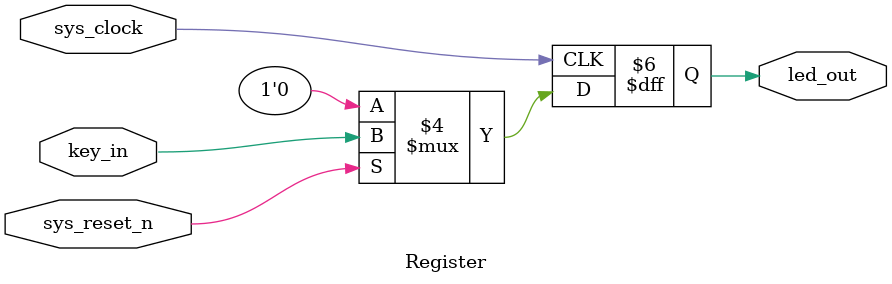
<source format=v>
module Register(
    input wire sys_clock,
    input wire sys_reset_n,
    input wire key_in,

    output reg led_out
);

always @(posedge sys_clock) // or negedge sys_reset_n)
    if (sys_reset_n == 1'b0)
        led_out <= 1'b0;
    else
        led_out <= key_in;

endmodule

</source>
